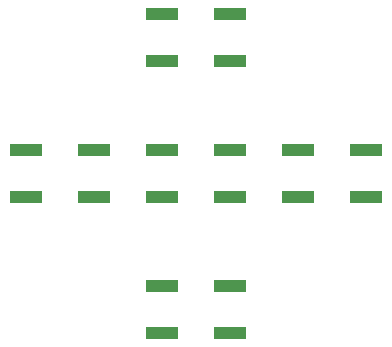
<source format=gbp>
G04 #@! TF.GenerationSoftware,KiCad,Pcbnew,8.0.7-unknown-1000.20241230gita20d76c.fc41*
G04 #@! TF.CreationDate,2025-01-11T13:27:58-08:00*
G04 #@! TF.ProjectId,led-ctrl-24v,6c65642d-6374-4726-9c2d-3234762e6b69,rev?*
G04 #@! TF.SameCoordinates,Original*
G04 #@! TF.FileFunction,Paste,Bot*
G04 #@! TF.FilePolarity,Positive*
%FSLAX46Y46*%
G04 Gerber Fmt 4.6, Leading zero omitted, Abs format (unit mm)*
G04 Created by KiCad (PCBNEW 8.0.7-unknown-1000.20241230gita20d76c.fc41) date 2025-01-11 13:27:58*
%MOMM*%
%LPD*%
G01*
G04 APERTURE LIST*
%ADD10R,2.800000X1.000000*%
G04 APERTURE END LIST*
D10*
G04 #@! TO.C,SW5*
X104660000Y-120358000D03*
X98860000Y-120358000D03*
X104660000Y-124358000D03*
X98860000Y-124358000D03*
G04 #@! TD*
G04 #@! TO.C,SW4*
X81660000Y-120358000D03*
X75860000Y-120358000D03*
X81660000Y-124358000D03*
X75860000Y-124358000D03*
G04 #@! TD*
G04 #@! TO.C,SW3*
X93160000Y-131858000D03*
X87360000Y-131858000D03*
X93160000Y-135858000D03*
X87360000Y-135858000D03*
G04 #@! TD*
G04 #@! TO.C,SW1*
X93160000Y-120358000D03*
X87360000Y-120358000D03*
X93160000Y-124358000D03*
X87360000Y-124358000D03*
G04 #@! TD*
G04 #@! TO.C,SW2*
X93160000Y-108858000D03*
X87360000Y-108858000D03*
X93160000Y-112858000D03*
X87360000Y-112858000D03*
G04 #@! TD*
M02*

</source>
